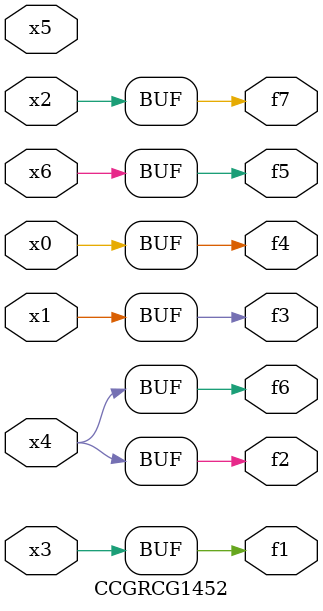
<source format=v>
module CCGRCG1452(
	input x0, x1, x2, x3, x4, x5, x6,
	output f1, f2, f3, f4, f5, f6, f7
);
	assign f1 = x3;
	assign f2 = x4;
	assign f3 = x1;
	assign f4 = x0;
	assign f5 = x6;
	assign f6 = x4;
	assign f7 = x2;
endmodule

</source>
